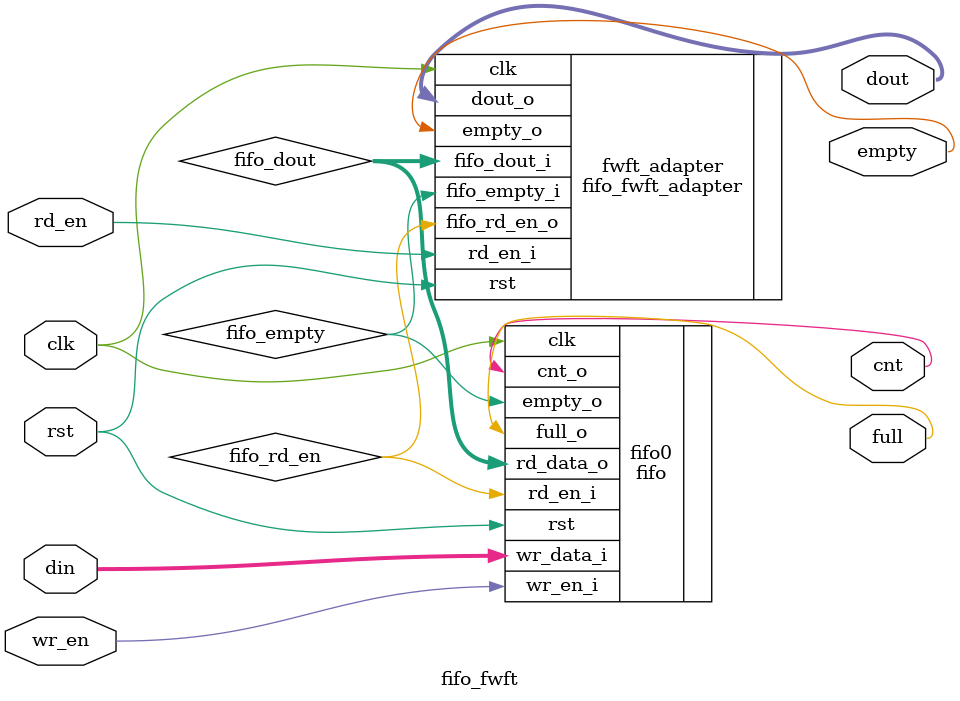
<source format=v>
module fifo_fwft
  #(parameter DATA_WIDTH = 0,
    parameter DEPTH_WIDTH = 0)
   (
    input 			 clk,
    input 			 rst,
    input [DATA_WIDTH-1:0] 	 din,
    input 			 wr_en,
    output 			 full,
    output [DATA_WIDTH-1:0] 	 dout,
    input 			 rd_en,
    output 			 empty
    ,
    output wire [DEPTH_WIDTH:0] cnt
);

   wire [DATA_WIDTH-1:0] 	 fifo_dout;
   wire 			 fifo_empty;
   wire 			 fifo_rd_en;

   // orig_fifo is just a normal (non-FWFT) synchronous or asynchronous FIFO
   fifo
     #(.DEPTH_WIDTH (DEPTH_WIDTH),
       .DATA_WIDTH  (DATA_WIDTH))
   fifo0
     (
       .clk       (clk),
       .rst       (rst),
       .rd_en_i   (fifo_rd_en),
       .rd_data_o (fifo_dout),
       .empty_o   (fifo_empty),
       .wr_en_i   (wr_en),
       .wr_data_i (din),
       .full_o    (full),
       .cnt_o     (cnt)
    );

   fifo_fwft_adapter
     #(.DATA_WIDTH (DATA_WIDTH))
   fwft_adapter
     (.clk          (clk),
      .rst          (rst),
      .rd_en_i      (rd_en),
      .fifo_empty_i (fifo_empty),
      .fifo_rd_en_o (fifo_rd_en),
      .fifo_dout_i  (fifo_dout),
      .dout_o       (dout),
      .empty_o      (empty));

endmodule

</source>
